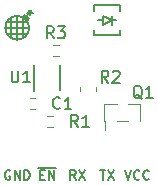
<source format=gbr>
%TF.GenerationSoftware,KiCad,Pcbnew,(5.99.0-10558-ge4ac0fb5a1)*%
%TF.CreationDate,2021-10-01T15:24:51+01:00*%
%TF.ProjectId,vsop-breakout,76736f70-2d62-4726-9561-6b6f75742e6b,rev?*%
%TF.SameCoordinates,Original*%
%TF.FileFunction,Legend,Top*%
%TF.FilePolarity,Positive*%
%FSLAX46Y46*%
G04 Gerber Fmt 4.6, Leading zero omitted, Abs format (unit mm)*
G04 Created by KiCad (PCBNEW (5.99.0-10558-ge4ac0fb5a1)) date 2021-10-01 15:24:51*
%MOMM*%
%LPD*%
G01*
G04 APERTURE LIST*
%ADD10C,0.150000*%
%ADD11C,0.200000*%
%ADD12C,0.120000*%
G04 APERTURE END LIST*
D10*
X159650000Y-123075000D02*
X159550000Y-123125000D01*
X159275000Y-122825000D02*
X159650000Y-123075000D01*
X158250000Y-123825000D02*
X158250000Y-122975000D01*
X158250000Y-123825000D02*
X158250000Y-124675000D01*
X159250000Y-123825000D02*
X159250000Y-124675000D01*
X159250000Y-123825000D02*
X159250000Y-122975000D01*
X158750000Y-123825000D02*
X159750000Y-123825000D01*
X158750000Y-123825000D02*
X157750000Y-123825000D01*
X158750000Y-124325000D02*
X157900000Y-124325000D01*
X158750000Y-123325000D02*
X157900000Y-123325000D01*
X158750000Y-123325000D02*
X159600000Y-123325000D01*
X158750000Y-124325000D02*
X159600000Y-124325000D01*
X158750000Y-123825000D02*
X158750000Y-124825000D01*
X158750000Y-123825000D02*
X158750000Y-122885200D01*
X159850000Y-122722619D02*
X159850000Y-122484523D01*
X160088095Y-122579761D02*
X159850000Y-122484523D01*
X159611904Y-122579761D01*
X159992857Y-122294047D02*
X159850000Y-122484523D01*
X159707142Y-122294047D01*
D11*
X159750000Y-123825000D02*
G75*
G03*
X159750000Y-123825000I-1000000J0D01*
G01*
D10*
X159462500Y-122950000D02*
X159850000Y-122525000D01*
X159750000Y-123025000D02*
X159550000Y-123225000D01*
X159350000Y-122725000D02*
X159750000Y-123025000D01*
X159200000Y-122925000D02*
X159350000Y-122725000D01*
X167843333Y-135886904D02*
X168110000Y-136686904D01*
X168376666Y-135886904D01*
X169100476Y-136610714D02*
X169062380Y-136648809D01*
X168948095Y-136686904D01*
X168871904Y-136686904D01*
X168757619Y-136648809D01*
X168681428Y-136572619D01*
X168643333Y-136496428D01*
X168605238Y-136344047D01*
X168605238Y-136229761D01*
X168643333Y-136077380D01*
X168681428Y-136001190D01*
X168757619Y-135925000D01*
X168871904Y-135886904D01*
X168948095Y-135886904D01*
X169062380Y-135925000D01*
X169100476Y-135963095D01*
X169900476Y-136610714D02*
X169862380Y-136648809D01*
X169748095Y-136686904D01*
X169671904Y-136686904D01*
X169557619Y-136648809D01*
X169481428Y-136572619D01*
X169443333Y-136496428D01*
X169405238Y-136344047D01*
X169405238Y-136229761D01*
X169443333Y-136077380D01*
X169481428Y-136001190D01*
X169557619Y-135925000D01*
X169671904Y-135886904D01*
X169748095Y-135886904D01*
X169862380Y-135925000D01*
X169900476Y-135963095D01*
X165760476Y-135886904D02*
X166217619Y-135886904D01*
X165989047Y-136686904D02*
X165989047Y-135886904D01*
X166408095Y-135886904D02*
X166941428Y-136686904D01*
X166941428Y-135886904D02*
X166408095Y-136686904D01*
X163696666Y-136686904D02*
X163430000Y-136305952D01*
X163239523Y-136686904D02*
X163239523Y-135886904D01*
X163544285Y-135886904D01*
X163620476Y-135925000D01*
X163658571Y-135963095D01*
X163696666Y-136039285D01*
X163696666Y-136153571D01*
X163658571Y-136229761D01*
X163620476Y-136267857D01*
X163544285Y-136305952D01*
X163239523Y-136305952D01*
X163963333Y-135886904D02*
X164496666Y-136686904D01*
X164496666Y-135886904D02*
X163963333Y-136686904D01*
X160509047Y-135661000D02*
X161232857Y-135661000D01*
X160699523Y-136267857D02*
X160966190Y-136267857D01*
X161080476Y-136686904D02*
X160699523Y-136686904D01*
X160699523Y-135886904D01*
X161080476Y-135886904D01*
X161232857Y-135661000D02*
X162070952Y-135661000D01*
X161423333Y-136686904D02*
X161423333Y-135886904D01*
X161880476Y-136686904D01*
X161880476Y-135886904D01*
X158140476Y-135925000D02*
X158064285Y-135886904D01*
X157950000Y-135886904D01*
X157835714Y-135925000D01*
X157759523Y-136001190D01*
X157721428Y-136077380D01*
X157683333Y-136229761D01*
X157683333Y-136344047D01*
X157721428Y-136496428D01*
X157759523Y-136572619D01*
X157835714Y-136648809D01*
X157950000Y-136686904D01*
X158026190Y-136686904D01*
X158140476Y-136648809D01*
X158178571Y-136610714D01*
X158178571Y-136344047D01*
X158026190Y-136344047D01*
X158521428Y-136686904D02*
X158521428Y-135886904D01*
X158978571Y-136686904D01*
X158978571Y-135886904D01*
X159359523Y-136686904D02*
X159359523Y-135886904D01*
X159550000Y-135886904D01*
X159664285Y-135925000D01*
X159740476Y-136001190D01*
X159778571Y-136077380D01*
X159816666Y-136229761D01*
X159816666Y-136344047D01*
X159778571Y-136496428D01*
X159740476Y-136572619D01*
X159664285Y-136648809D01*
X159550000Y-136686904D01*
X159359523Y-136686904D01*
%TO.C,R2*%
X166457333Y-128468380D02*
X166124000Y-127992190D01*
X165885904Y-128468380D02*
X165885904Y-127468380D01*
X166266857Y-127468380D01*
X166362095Y-127516000D01*
X166409714Y-127563619D01*
X166457333Y-127658857D01*
X166457333Y-127801714D01*
X166409714Y-127896952D01*
X166362095Y-127944571D01*
X166266857Y-127992190D01*
X165885904Y-127992190D01*
X166838285Y-127563619D02*
X166885904Y-127516000D01*
X166981142Y-127468380D01*
X167219238Y-127468380D01*
X167314476Y-127516000D01*
X167362095Y-127563619D01*
X167409714Y-127658857D01*
X167409714Y-127754095D01*
X167362095Y-127896952D01*
X166790666Y-128468380D01*
X167409714Y-128468380D01*
%TO.C,U1*%
X158278095Y-127452380D02*
X158278095Y-128261904D01*
X158325714Y-128357142D01*
X158373333Y-128404761D01*
X158468571Y-128452380D01*
X158659047Y-128452380D01*
X158754285Y-128404761D01*
X158801904Y-128357142D01*
X158849523Y-128261904D01*
X158849523Y-127452380D01*
X159849523Y-128452380D02*
X159278095Y-128452380D01*
X159563809Y-128452380D02*
X159563809Y-127452380D01*
X159468571Y-127595238D01*
X159373333Y-127690476D01*
X159278095Y-127738095D01*
%TO.C,R3*%
X161833333Y-124702380D02*
X161500000Y-124226190D01*
X161261904Y-124702380D02*
X161261904Y-123702380D01*
X161642857Y-123702380D01*
X161738095Y-123750000D01*
X161785714Y-123797619D01*
X161833333Y-123892857D01*
X161833333Y-124035714D01*
X161785714Y-124130952D01*
X161738095Y-124178571D01*
X161642857Y-124226190D01*
X161261904Y-124226190D01*
X162166666Y-123702380D02*
X162785714Y-123702380D01*
X162452380Y-124083333D01*
X162595238Y-124083333D01*
X162690476Y-124130952D01*
X162738095Y-124178571D01*
X162785714Y-124273809D01*
X162785714Y-124511904D01*
X162738095Y-124607142D01*
X162690476Y-124654761D01*
X162595238Y-124702380D01*
X162309523Y-124702380D01*
X162214285Y-124654761D01*
X162166666Y-124607142D01*
%TO.C,R1*%
X163873333Y-132202380D02*
X163540000Y-131726190D01*
X163301904Y-132202380D02*
X163301904Y-131202380D01*
X163682857Y-131202380D01*
X163778095Y-131250000D01*
X163825714Y-131297619D01*
X163873333Y-131392857D01*
X163873333Y-131535714D01*
X163825714Y-131630952D01*
X163778095Y-131678571D01*
X163682857Y-131726190D01*
X163301904Y-131726190D01*
X164825714Y-132202380D02*
X164254285Y-132202380D01*
X164540000Y-132202380D02*
X164540000Y-131202380D01*
X164444761Y-131345238D01*
X164349523Y-131440476D01*
X164254285Y-131488095D01*
%TO.C,Q1*%
X169322761Y-129833619D02*
X169227523Y-129786000D01*
X169132285Y-129690761D01*
X168989428Y-129547904D01*
X168894190Y-129500285D01*
X168798952Y-129500285D01*
X168846571Y-129738380D02*
X168751333Y-129690761D01*
X168656095Y-129595523D01*
X168608476Y-129405047D01*
X168608476Y-129071714D01*
X168656095Y-128881238D01*
X168751333Y-128786000D01*
X168846571Y-128738380D01*
X169037047Y-128738380D01*
X169132285Y-128786000D01*
X169227523Y-128881238D01*
X169275142Y-129071714D01*
X169275142Y-129405047D01*
X169227523Y-129595523D01*
X169132285Y-129690761D01*
X169037047Y-129738380D01*
X168846571Y-129738380D01*
X170227523Y-129738380D02*
X169656095Y-129738380D01*
X169941809Y-129738380D02*
X169941809Y-128738380D01*
X169846571Y-128881238D01*
X169751333Y-128976476D01*
X169656095Y-129024095D01*
%TO.C,C1*%
X162373333Y-130607142D02*
X162325714Y-130654761D01*
X162182857Y-130702380D01*
X162087619Y-130702380D01*
X161944761Y-130654761D01*
X161849523Y-130559523D01*
X161801904Y-130464285D01*
X161754285Y-130273809D01*
X161754285Y-130130952D01*
X161801904Y-129940476D01*
X161849523Y-129845238D01*
X161944761Y-129750000D01*
X162087619Y-129702380D01*
X162182857Y-129702380D01*
X162325714Y-129750000D01*
X162373333Y-129797619D01*
X163325714Y-130702380D02*
X162754285Y-130702380D01*
X163040000Y-130702380D02*
X163040000Y-129702380D01*
X162944761Y-129845238D01*
X162849523Y-129940476D01*
X162754285Y-129988095D01*
%TO.C,D1*%
X166745000Y-123190000D02*
X165995000Y-122815000D01*
X167120000Y-123190000D02*
X166745000Y-123190000D01*
X165995000Y-123565000D02*
X166745000Y-123190000D01*
X165995000Y-122815000D02*
X165995000Y-123565000D01*
X166745000Y-122815000D02*
X166745000Y-123565000D01*
X165620000Y-123190000D02*
X165995000Y-123190000D01*
X167470000Y-124465000D02*
X165270000Y-124465000D01*
X165270000Y-121915000D02*
X167470000Y-121915000D01*
X165270000Y-122365000D02*
X165270000Y-121915000D01*
X165270000Y-124465000D02*
X165270000Y-124015000D01*
X167470000Y-124015000D02*
X167470000Y-124465000D01*
X167470000Y-121915000D02*
X167470000Y-122365000D01*
D12*
%TO.C,R2*%
X164075000Y-128798000D02*
X164075000Y-129202000D01*
X165425000Y-128798000D02*
X165425000Y-129202000D01*
D10*
%TO.C,U1*%
X162400000Y-129050000D02*
X162400000Y-126950000D01*
X160180000Y-129050000D02*
X160180000Y-126950000D01*
X160180000Y-129050000D02*
X160180000Y-129190000D01*
D12*
%TO.C,R3*%
X162244000Y-126225000D02*
X161756000Y-126225000D01*
X162244000Y-125275000D02*
X161756000Y-125275000D01*
%TO.C,R1*%
X161296000Y-132225000D02*
X161784000Y-132225000D01*
X161296000Y-131275000D02*
X161784000Y-131275000D01*
%TO.C,Q1*%
X166120000Y-130300000D02*
X167155000Y-130300000D01*
X166120000Y-131700000D02*
X166120000Y-130300000D01*
X166205000Y-131700000D02*
X166205000Y-132466000D01*
X168125000Y-130300000D02*
X169160000Y-130300000D01*
X169160000Y-130300000D02*
X169160000Y-131700000D01*
X168105000Y-131700000D02*
X167175000Y-131700000D01*
%TO.C,C1*%
X160265000Y-129800000D02*
X159815000Y-129800000D01*
X160265000Y-130700000D02*
X159815000Y-130700000D01*
%TD*%
M02*

</source>
